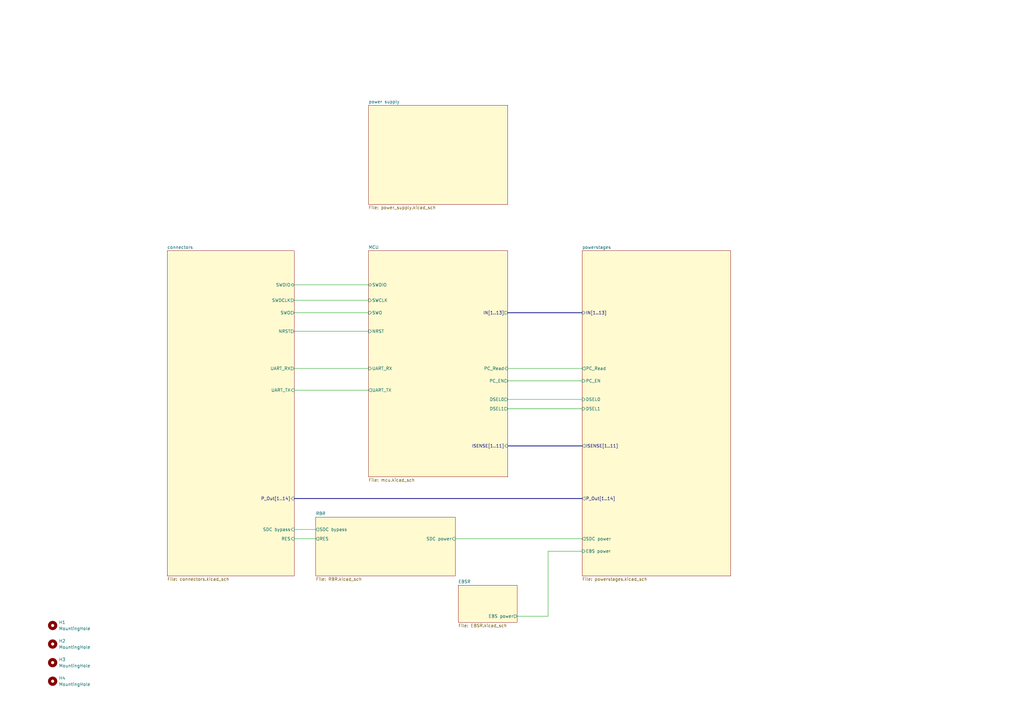
<source format=kicad_sch>
(kicad_sch (version 20231120) (generator "eeschema") (generator_version "8.0")
  (paper "A3")
  (title_block (title "PDU FT25") (date "2024-11-23") (rev "V1.1") (company "Janek Herm") (comment 1 "FaSTTUBe Electronics"))
  (lib_symbols
    (symbol "Mechanical:MountingHole" (pin_names (offset 1.016))
      (property "Reference" "H" (at 0 5.08 0))
      (property "Value" "MountingHole" (at 0 3.175 0))
      (symbol "MountingHole_0_1"
        (circle (center 0 0) (radius 1.27) (stroke (width 1.27)))
      )
    )
  )
  (wire (pts (xy 120.65 160.02) (xy 151.13 160.02)))
  (wire (pts (xy 212.09 252.73) (xy 224.79 252.73)))
  (wire (pts (xy 120.65 220.98) (xy 129.54 220.98)))
  (bus (pts (xy 208.28 128.27) (xy 238.76 128.27)))
  (wire (pts (xy 208.28 156.21) (xy 238.76 156.21)))
  (wire (pts (xy 208.28 167.64) (xy 238.76 167.64)))
  (wire (pts (xy 120.65 135.89) (xy 151.13 135.89)))
  (wire (pts (xy 224.79 226.06) (xy 238.76 226.06)))
  (wire (pts (xy 186.69 220.98) (xy 238.76 220.98)))
  (wire (pts (xy 120.65 116.84) (xy 151.13 116.84)))
  (wire (pts (xy 208.28 163.83) (xy 238.76 163.83)))
  (wire (pts (xy 120.65 123.19) (xy 151.13 123.19)))
  (bus (pts (xy 208.28 182.88) (xy 238.76 182.88)))
  (wire (pts (xy 120.65 151.13) (xy 151.13 151.13)))
  (wire (pts (xy 120.65 128.27) (xy 151.13 128.27)))
  (wire (pts (xy 208.28 151.13) (xy 238.76 151.13)))
  (wire (pts (xy 224.79 252.73) (xy 224.79 226.06)))
  (wire (pts (xy 129.54 217.17) (xy 120.65 217.17)))
  (bus (pts (xy 120.65 204.47) (xy 238.76 204.47)))
  (symbol (lib_id "Mechanical:MountingHole") (at 21.59 271.78 0) (unit 1)
    (property "Reference" "H3" (at 24.13 270.5099 0) (effects (justify left)))
    (property "Value" "MountingHole" (at 24.13 273.0499 0) (effects (justify left)))
    (property "Footprint" "MountingHole:MountingHole_4.3mm_M4" (effects (hide yes)))
  )
  (symbol (lib_id "Mechanical:MountingHole") (at 21.59 279.4 0) (unit 1)
    (property "Reference" "H4" (at 24.13 278.1299 0) (effects (justify left)))
    (property "Value" "MountingHole" (at 24.13 280.6699 0) (effects (justify left)))
    (property "Footprint" "MountingHole:MountingHole_4.3mm_M4" (effects (hide yes)))
  )
  (symbol (lib_id "Mechanical:MountingHole") (at 21.59 264.16 0) (unit 1)
    (property "Reference" "H2" (at 24.13 262.8899 0) (effects (justify left)))
    (property "Value" "MountingHole" (at 24.13 265.4299 0) (effects (justify left)))
    (property "Footprint" "MountingHole:MountingHole_4.3mm_M4" (effects (hide yes)))
  )
  (symbol (lib_id "Mechanical:MountingHole") (at 21.59 256.54 0) (unit 1)
    (property "Reference" "H1" (at 24.13 255.2699 0) (effects (justify left)))
    (property "Value" "MountingHole" (at 24.13 257.8099 0) (effects (justify left)))
    (property "Footprint" "MountingHole:MountingHole_4.3mm_M4" (effects (hide yes)))
  )
  (sheet (at 151.13 102.87) (size 57.15 92.71) (stroke (width 0.1524)) (fill (color 255 250 208 1.0000))
    (property "Sheetname" "MCU" (at 151.13 102.1584 0) (effects (justify left bottom)))
    (property "Sheetfile" "mcu.kicad_sch" (at 151.13 196.1646 0) (effects (justify left top)))
    (pin "NRST" input (at 151.13 135.89 180))
    (pin "UART_TX" output (at 151.13 160.02 180))
    (pin "UART_RX" input (at 151.13 151.13 180))
    (pin "SWCLK" input (at 151.13 123.19 180))
    (pin "SWDIO" bidirectional (at 151.13 116.84 180))
    (pin "PC_EN" output (at 208.28 156.21 0))
    (pin "PC_Read" input (at 208.28 151.13 0))
    (pin "IN[1..13]" output (at 208.28 128.27 0))
    (pin "SWO" input (at 151.13 128.27 180))
    (pin "ISENSE[1..11]" input (at 208.28 182.88 0))
    (pin "DSEL0" output (at 208.28 163.83 0))
    (pin "DSEL1" output (at 208.28 167.64 0))
  )
  (sheet (at 151.13 43.18) (size 57.15 40.64) (stroke (width 0.1524)) (fill (color 255 250 208 1.0000))
    (property "Sheetname" "power supply" (at 151.13 42.4684 0) (effects (justify left bottom)))
    (property "Sheetfile" "power_supply.kicad_sch" (at 151.13 84.4046 0) (effects (justify left top)))
  )
  (sheet (at 187.96 240.03) (size 24.13 15.24) (stroke (width 0.1524)) (fill (color 255 250 208 1.0000))
    (property "Sheetname" "EBSR" (at 187.96 239.3184 0) (effects (justify left bottom)))
    (property "Sheetfile" "EBSR.kicad_sch" (at 187.96 255.8546 0) (effects (justify left top)))
    (pin "EBS power" output (at 212.09 252.73 0))
  )
  (sheet (at 238.76 102.87) (size 60.96 133.35) (stroke (width 0.1524)) (fill (color 255 250 208 1.0000))
    (property "Sheetname" "powerstages" (at 238.76 102.1584 0) (effects (justify left bottom)))
    (property "Sheetfile" "powerstages.kicad_sch" (at 238.76 236.8046 0) (effects (justify left top)))
    (pin "ISENSE[1..11]" output (at 238.76 182.88 180))
    (pin "P_Out[1..14]" output (at 238.76 204.47 180))
    (pin "PC_EN" input (at 238.76 156.21 180))
    (pin "SDC power" output (at 238.76 220.98 180))
    (pin "PC_Read" output (at 238.76 151.13 180))
    (pin "IN[1..13]" input (at 238.76 128.27 180))
    (pin "DSEL0" input (at 238.76 163.83 180))
    (pin "DSEL1" input (at 238.76 167.64 180))
    (pin "EBS power" input (at 238.76 226.06 180))
  )
  (sheet (at 129.54 212.09) (size 57.15 24.13) (stroke (width 0.1524)) (fill (color 255 250 208 1.0000))
    (property "Sheetname" "RBR" (at 129.54 211.3784 0) (effects (justify left bottom)))
    (property "Sheetfile" "RBR.kicad_sch" (at 129.54 236.8046 0) (effects (justify left top)))
    (pin "SDC bypass" output (at 129.54 217.17 180))
    (pin "RES" output (at 129.54 220.98 180))
    (pin "SDC power" input (at 186.69 220.98 0))
  )
  (sheet (at 68.58 102.87) (size 52.07 133.35) (stroke (width 0.1524)) (fill (color 255 250 208 1.0000))
    (property "Sheetname" "connectors" (at 68.58 102.1584 0) (effects (justify left bottom)))
    (property "Sheetfile" "connectors.kicad_sch" (at 68.58 236.8046 0) (effects (justify left top)))
    (pin "UART_TX" input (at 120.65 160.02 0))
    (pin "UART_RX" output (at 120.65 151.13 0))
    (pin "NRST" output (at 120.65 135.89 0))
    (pin "SWDCLK" output (at 120.65 123.19 0))
    (pin "SWDIO" bidirectional (at 120.65 116.84 0))
    (pin "P_Out[1..14]" input (at 120.65 204.47 0))
    (pin "RES" input (at 120.65 220.98 0))
    (pin "SDC bypass" input (at 120.65 217.17 0))
    (pin "SWO" output (at 120.65 128.27 0))
  )
)
</source>
